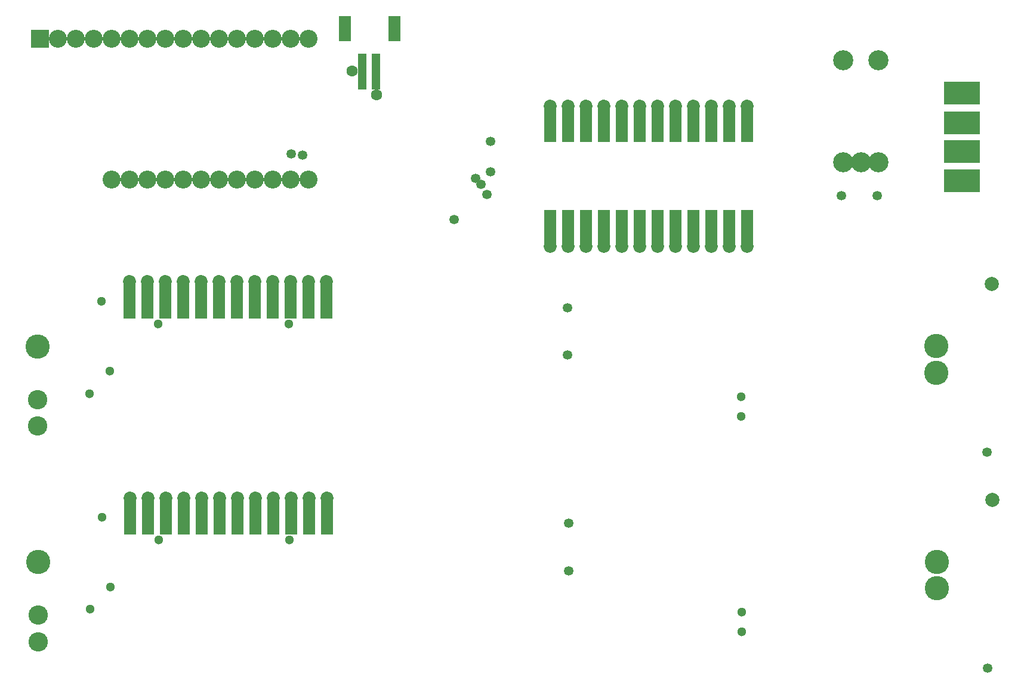
<source format=gbr>
%FSLAX34Y34*%
%MOMM*%
%LNSOLDERMASK_BOTTOM*%
G71*
G01*
%ADD10C,2.850*%
%ADD11C,2.750*%
%ADD12C,3.450*%
%ADD13C,2.000*%
%ADD14C,1.300*%
%ADD15R,1.750X5.200*%
%ADD16C,1.850*%
%ADD17C,1.350*%
%ADD18R,5.200X3.250*%
%ADD19C,2.550*%
%ADD20R,1.200X5.200*%
%ADD21R,1.700X3.600*%
%ADD22C,1.600*%
%LPD*%
X1211100Y1287700D02*
G54D10*
D03*
X1261100Y1287700D02*
G54D10*
D03*
X1236100Y1287700D02*
G54D10*
D03*
X1211100Y1432700D02*
G54D10*
D03*
X1261100Y1432700D02*
G54D10*
D03*
X67800Y913200D02*
G54D11*
D03*
X67800Y950900D02*
G54D11*
D03*
X67800Y1026300D02*
G54D12*
D03*
X1342700Y989000D02*
G54D12*
D03*
X1342700Y1026700D02*
G54D12*
D03*
X1421503Y1114674D02*
G54D13*
D03*
X1066000Y927000D02*
G54D14*
D03*
X1066000Y955000D02*
G54D14*
D03*
X158000Y1090000D02*
G54D14*
D03*
X141000Y959000D02*
G54D14*
D03*
X170000Y991000D02*
G54D14*
D03*
X477700Y1091000D02*
G54D15*
D03*
X452300Y1091000D02*
G54D15*
D03*
X426900Y1091000D02*
G54D15*
D03*
X401500Y1091000D02*
G54D15*
D03*
X376100Y1091000D02*
G54D15*
D03*
X350700Y1091000D02*
G54D15*
D03*
X325300Y1091000D02*
G54D15*
D03*
X299900Y1091000D02*
G54D15*
D03*
X274500Y1091000D02*
G54D15*
D03*
X249100Y1091000D02*
G54D15*
D03*
X223700Y1091000D02*
G54D15*
D03*
X198300Y1091000D02*
G54D15*
D03*
X239000Y1058000D02*
G54D14*
D03*
X424200Y1058000D02*
G54D14*
D03*
X223700Y1091000D02*
G54D14*
D03*
X249100Y1091000D02*
G54D14*
D03*
X274500Y1091000D02*
G54D14*
D03*
X299900Y1091000D02*
G54D14*
D03*
X325300Y1091000D02*
G54D14*
D03*
X350700Y1091000D02*
G54D14*
D03*
X376100Y1091000D02*
G54D14*
D03*
X401500Y1091000D02*
G54D14*
D03*
X426900Y1091000D02*
G54D14*
D03*
X452300Y1091000D02*
G54D14*
D03*
X477700Y1091000D02*
G54D14*
D03*
X198300Y1091000D02*
G54D14*
D03*
X198400Y1118200D02*
G54D16*
D03*
X223800Y1118200D02*
G54D16*
D03*
X249200Y1118200D02*
G54D16*
D03*
X274600Y1118200D02*
G54D16*
D03*
X300000Y1118200D02*
G54D16*
D03*
X325400Y1118200D02*
G54D16*
D03*
X350800Y1118200D02*
G54D16*
D03*
X376200Y1118200D02*
G54D16*
D03*
X401600Y1118200D02*
G54D16*
D03*
X427000Y1118200D02*
G54D16*
D03*
X452400Y1118200D02*
G54D16*
D03*
X477800Y1118200D02*
G54D16*
D03*
X1379400Y1385500D02*
G54D17*
D03*
X1259300Y1240300D02*
G54D17*
D03*
X1208500Y1240300D02*
G54D17*
D03*
X820000Y1081000D02*
G54D17*
D03*
X820000Y1014000D02*
G54D17*
D03*
X1415000Y876000D02*
G54D17*
D03*
X68800Y607200D02*
G54D11*
D03*
X68800Y644900D02*
G54D11*
D03*
X68800Y720300D02*
G54D12*
D03*
X1343700Y683000D02*
G54D12*
D03*
X1343700Y720700D02*
G54D12*
D03*
X1422503Y808674D02*
G54D13*
D03*
X1067000Y621000D02*
G54D14*
D03*
X1067000Y649000D02*
G54D14*
D03*
X159000Y784000D02*
G54D14*
D03*
X142000Y653000D02*
G54D14*
D03*
X171000Y685000D02*
G54D14*
D03*
X478700Y785000D02*
G54D15*
D03*
X453300Y785000D02*
G54D15*
D03*
X427900Y785000D02*
G54D15*
D03*
X402500Y785000D02*
G54D15*
D03*
X377100Y785000D02*
G54D15*
D03*
X351700Y785000D02*
G54D15*
D03*
X326300Y785000D02*
G54D15*
D03*
X300900Y785000D02*
G54D15*
D03*
X275500Y785000D02*
G54D15*
D03*
X250100Y785000D02*
G54D15*
D03*
X224700Y785000D02*
G54D15*
D03*
X199300Y785000D02*
G54D15*
D03*
X240000Y752000D02*
G54D14*
D03*
X425200Y752000D02*
G54D14*
D03*
X224700Y785000D02*
G54D14*
D03*
X250100Y785000D02*
G54D14*
D03*
X275500Y785000D02*
G54D14*
D03*
X300900Y785000D02*
G54D14*
D03*
X326300Y785000D02*
G54D14*
D03*
X351700Y785000D02*
G54D14*
D03*
X377100Y785000D02*
G54D14*
D03*
X402500Y785000D02*
G54D14*
D03*
X427900Y785000D02*
G54D14*
D03*
X453300Y785000D02*
G54D14*
D03*
X478700Y785000D02*
G54D14*
D03*
X199300Y785000D02*
G54D14*
D03*
X821000Y775000D02*
G54D17*
D03*
X821000Y708000D02*
G54D17*
D03*
X1416000Y570000D02*
G54D17*
D03*
X199400Y811200D02*
G54D16*
D03*
X224800Y811200D02*
G54D16*
D03*
X250200Y811200D02*
G54D16*
D03*
X275600Y811200D02*
G54D16*
D03*
X301000Y811200D02*
G54D16*
D03*
X326400Y811200D02*
G54D16*
D03*
X351800Y811200D02*
G54D16*
D03*
X377200Y811200D02*
G54D16*
D03*
X402600Y811200D02*
G54D16*
D03*
X428000Y811200D02*
G54D16*
D03*
X453400Y811200D02*
G54D16*
D03*
X478800Y811200D02*
G54D16*
D03*
X1379400Y1385500D02*
G54D18*
D03*
X1379400Y1343500D02*
G54D18*
D03*
X1379400Y1302500D02*
G54D18*
D03*
X1379400Y1261500D02*
G54D18*
D03*
X1379400Y1343500D02*
G54D17*
D03*
X1379400Y1302500D02*
G54D17*
D03*
X1379400Y1261500D02*
G54D17*
D03*
X1074700Y1194000D02*
G54D15*
D03*
X1049300Y1194000D02*
G54D15*
D03*
X1023900Y1194000D02*
G54D15*
D03*
X998500Y1194000D02*
G54D15*
D03*
X973100Y1194000D02*
G54D15*
D03*
X947700Y1194000D02*
G54D15*
D03*
X922300Y1194000D02*
G54D15*
D03*
X896900Y1194000D02*
G54D15*
D03*
X871500Y1194000D02*
G54D15*
D03*
X846100Y1194000D02*
G54D15*
D03*
X820700Y1194000D02*
G54D15*
D03*
X795300Y1194000D02*
G54D15*
D03*
X820700Y1194000D02*
G54D14*
D03*
X846100Y1194000D02*
G54D14*
D03*
X871500Y1194000D02*
G54D14*
D03*
X896900Y1194000D02*
G54D14*
D03*
X922300Y1194000D02*
G54D14*
D03*
X947700Y1194000D02*
G54D14*
D03*
X973100Y1194000D02*
G54D14*
D03*
X998500Y1194000D02*
G54D14*
D03*
X1023900Y1194000D02*
G54D14*
D03*
X1049300Y1194000D02*
G54D14*
D03*
X1074700Y1194000D02*
G54D14*
D03*
X795300Y1194000D02*
G54D14*
D03*
X1074700Y1342000D02*
G54D15*
D03*
X1049300Y1342000D02*
G54D15*
D03*
X1023900Y1342000D02*
G54D15*
D03*
X998500Y1342000D02*
G54D15*
D03*
X973100Y1342000D02*
G54D15*
D03*
X947700Y1342000D02*
G54D15*
D03*
X922300Y1342000D02*
G54D15*
D03*
X896900Y1342000D02*
G54D15*
D03*
X871500Y1342000D02*
G54D15*
D03*
X846100Y1342000D02*
G54D15*
D03*
X820700Y1342000D02*
G54D15*
D03*
X795300Y1342000D02*
G54D15*
D03*
X820700Y1342000D02*
G54D14*
D03*
X846100Y1342000D02*
G54D14*
D03*
X871500Y1342000D02*
G54D14*
D03*
X896900Y1342000D02*
G54D14*
D03*
X922300Y1342000D02*
G54D14*
D03*
X947700Y1342000D02*
G54D14*
D03*
X973100Y1342000D02*
G54D14*
D03*
X998500Y1342000D02*
G54D14*
D03*
X1023900Y1342000D02*
G54D14*
D03*
X1049300Y1342000D02*
G54D14*
D03*
X1074700Y1342000D02*
G54D14*
D03*
X795300Y1342000D02*
G54D14*
D03*
X795400Y1168200D02*
G54D16*
D03*
X820800Y1168200D02*
G54D16*
D03*
X846200Y1168200D02*
G54D16*
D03*
X871600Y1168200D02*
G54D16*
D03*
X897000Y1168200D02*
G54D16*
D03*
X922400Y1168200D02*
G54D16*
D03*
X947800Y1168200D02*
G54D16*
D03*
X973200Y1168200D02*
G54D16*
D03*
X998600Y1168200D02*
G54D16*
D03*
X1024000Y1168200D02*
G54D16*
D03*
X1049400Y1168200D02*
G54D16*
D03*
X1074800Y1168200D02*
G54D16*
D03*
X795400Y1367200D02*
G54D16*
D03*
X820800Y1367200D02*
G54D16*
D03*
X846200Y1367200D02*
G54D16*
D03*
X871600Y1367200D02*
G54D16*
D03*
X897000Y1367200D02*
G54D16*
D03*
X922400Y1367200D02*
G54D16*
D03*
X947800Y1367200D02*
G54D16*
D03*
X973200Y1367200D02*
G54D16*
D03*
X998600Y1367200D02*
G54D16*
D03*
X1024000Y1367200D02*
G54D16*
D03*
X1049400Y1367200D02*
G54D16*
D03*
X1074800Y1367200D02*
G54D16*
D03*
G36*
X58250Y1475750D02*
X83750Y1475750D01*
X83750Y1450250D01*
X58250Y1450250D01*
X58250Y1475750D01*
G37*
X96400Y1463000D02*
G54D19*
D03*
X121800Y1463000D02*
G54D19*
D03*
X147200Y1463000D02*
G54D19*
D03*
X172600Y1463000D02*
G54D19*
D03*
X198000Y1463000D02*
G54D19*
D03*
X223400Y1463000D02*
G54D19*
D03*
X248800Y1463000D02*
G54D19*
D03*
X274200Y1463000D02*
G54D19*
D03*
X299600Y1463000D02*
G54D19*
D03*
X325000Y1463000D02*
G54D19*
D03*
X350400Y1463000D02*
G54D19*
D03*
X375800Y1463000D02*
G54D19*
D03*
X401200Y1463000D02*
G54D19*
D03*
X426600Y1463000D02*
G54D19*
D03*
X452000Y1463000D02*
G54D19*
D03*
X172600Y1263000D02*
G54D19*
D03*
X198000Y1263000D02*
G54D19*
D03*
X223400Y1263000D02*
G54D19*
D03*
X248800Y1263000D02*
G54D19*
D03*
X274200Y1263000D02*
G54D19*
D03*
X299600Y1263000D02*
G54D19*
D03*
X325000Y1263000D02*
G54D19*
D03*
X350400Y1263000D02*
G54D19*
D03*
X375800Y1263000D02*
G54D19*
D03*
X401200Y1263000D02*
G54D19*
D03*
X426600Y1263000D02*
G54D19*
D03*
X452000Y1263000D02*
G54D19*
D03*
X548000Y1416000D02*
G54D20*
D03*
X528000Y1416000D02*
G54D20*
D03*
X504000Y1477000D02*
G54D21*
D03*
X574000Y1477000D02*
G54D21*
D03*
X514000Y1417000D02*
G54D22*
D03*
X549000Y1383000D02*
G54D22*
D03*
X705000Y1242000D02*
G54D17*
D03*
X659000Y1206000D02*
G54D17*
D03*
X428000Y1299000D02*
G54D17*
D03*
X444000Y1298000D02*
G54D17*
D03*
X710000Y1274000D02*
G54D17*
D03*
X710000Y1317000D02*
G54D17*
D03*
X697000Y1256000D02*
G54D17*
D03*
X689000Y1265000D02*
G54D17*
D03*
M02*

</source>
